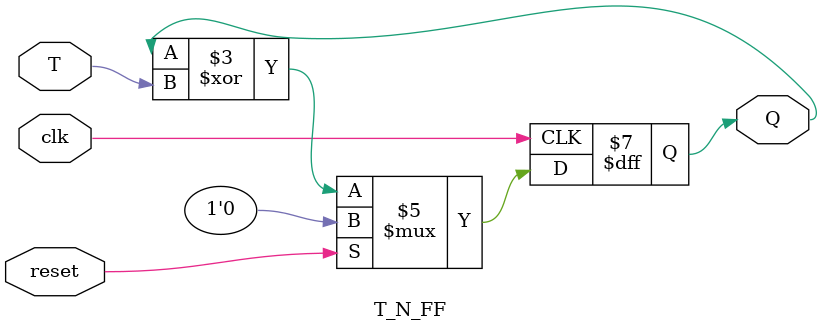
<source format=v>
module T_N_FF(output reg Q  ,input T,clk,reset);


always@(negedge clk )
begin 
	if(reset == 1)
		begin 
			Q <= 1'b0 ;
		end 	
	else 
		begin 
			Q <= Q ^ T ;
			
			
		end 	
end

//assign nQ = ~Q;

endmodule
</source>
